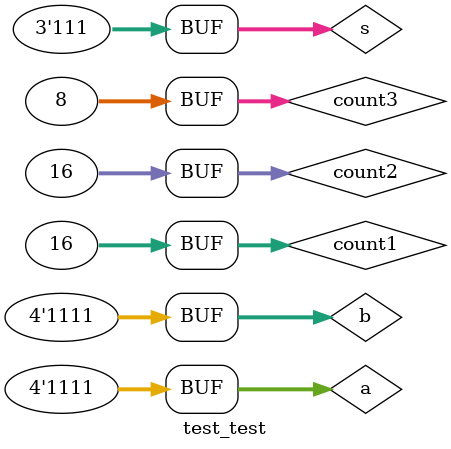
<source format=v>
module test_test;
	wire [3:0]o;
	reg [3:0]a,b;
	reg [2:0]s;
	integer count1, count2, count3;
	test gate(o,a,b,s);
	initial begin
	for(count1=0; count1<16; count1=count1+1) begin
		for(count2=0; count2<16; count2=count2+1) begin
			for(count3=0; count3<8; count3=count3+1) begin
				#10 a=count1; b=count2; s=count3;
				end
			end
		end
	#10;
	end
endmodule 	
	
</source>
